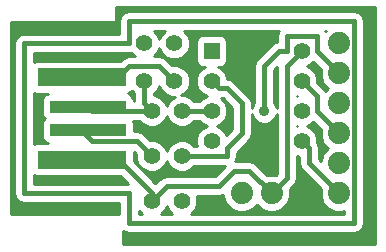
<source format=gtl>
G04 (created by PCBNEW-RS274X (2012-apr-16-27)-stable) date Tue 13 Aug 2013 04:48:36 PM IST*
G01*
G70*
G90*
%MOIN*%
G04 Gerber Fmt 3.4, Leading zero omitted, Abs format*
%FSLAX34Y34*%
G04 APERTURE LIST*
%ADD10C,0.006000*%
%ADD11C,0.015000*%
%ADD12R,0.295200X0.059000*%
%ADD13R,0.255900X0.039300*%
%ADD14C,0.074000*%
%ADD15C,0.055000*%
%ADD16R,0.055000X0.055000*%
%ADD17C,0.035000*%
%ADD18C,0.016000*%
%ADD19C,0.010000*%
G04 APERTURE END LIST*
G54D10*
G54D11*
X36500Y-43250D02*
X36500Y-38250D01*
X40000Y-43250D02*
X36500Y-43250D01*
X40000Y-43500D02*
X40000Y-43250D01*
X40000Y-44250D02*
X40000Y-43500D01*
X47500Y-44250D02*
X40000Y-44250D01*
X47500Y-44000D02*
X47500Y-44250D01*
X47500Y-37500D02*
X47500Y-44000D01*
X40000Y-37500D02*
X47500Y-37500D01*
X40000Y-38250D02*
X40000Y-37500D01*
X36500Y-38250D02*
X40000Y-38250D01*
G54D12*
X38422Y-42127D03*
X38422Y-39373D03*
G54D13*
X38618Y-41143D03*
X38618Y-40357D03*
G54D14*
X47000Y-43250D03*
X47000Y-42250D03*
X47000Y-41250D03*
X47000Y-40250D03*
X47000Y-39250D03*
X47000Y-38250D03*
X44750Y-43250D03*
X43750Y-43250D03*
G54D15*
X41500Y-38250D03*
X40500Y-38250D03*
X41500Y-39500D03*
X40500Y-39500D03*
X40750Y-43500D03*
X41750Y-43500D03*
X40750Y-42000D03*
X41750Y-42000D03*
X40750Y-40500D03*
X41750Y-40500D03*
G54D16*
X42750Y-38500D03*
G54D15*
X42750Y-39500D03*
X42750Y-40500D03*
X42750Y-41500D03*
X45750Y-41500D03*
X45750Y-40500D03*
X45750Y-39500D03*
X45750Y-38500D03*
G54D17*
X44500Y-40500D03*
G54D18*
X40750Y-43250D02*
X40750Y-43500D01*
X44750Y-43250D02*
X45250Y-42750D01*
X38500Y-42250D02*
X39750Y-42250D01*
X39750Y-42250D02*
X40750Y-43250D01*
X38422Y-42127D02*
X38500Y-42250D01*
X44000Y-42500D02*
X44750Y-43250D01*
X43500Y-42500D02*
X44000Y-42500D01*
X43000Y-43000D02*
X43500Y-42500D01*
X41250Y-43000D02*
X43000Y-43000D01*
X45250Y-42750D02*
X45250Y-39000D01*
X45250Y-39000D02*
X45750Y-38500D01*
X40750Y-43500D02*
X41250Y-43000D01*
X40750Y-40500D02*
X40500Y-40250D01*
X40750Y-40500D02*
X38750Y-40500D01*
X38750Y-40500D02*
X38500Y-40250D01*
X40500Y-40250D02*
X40500Y-39500D01*
X38500Y-40250D02*
X38618Y-40357D01*
X38500Y-41250D02*
X38618Y-41143D01*
X40250Y-41500D02*
X38750Y-41500D01*
X38750Y-41500D02*
X38500Y-41250D01*
X40750Y-42000D02*
X40250Y-41500D01*
X41000Y-39000D02*
X41500Y-39500D01*
X40000Y-39000D02*
X41000Y-39000D01*
X39750Y-39250D02*
X40000Y-39000D01*
X38500Y-39250D02*
X39750Y-39250D01*
X38422Y-39373D02*
X38500Y-39250D01*
X46000Y-42250D02*
X47000Y-43250D01*
X46000Y-41750D02*
X46000Y-42250D01*
X45750Y-41500D02*
X46000Y-41750D01*
X47000Y-41250D02*
X46250Y-40500D01*
X46250Y-40500D02*
X46250Y-40000D01*
X46250Y-40000D02*
X45750Y-39500D01*
X47000Y-39250D02*
X46250Y-38500D01*
X46250Y-38000D02*
X45250Y-38000D01*
X42750Y-40500D02*
X41750Y-40500D01*
X44500Y-39000D02*
X44500Y-40500D01*
X45250Y-38500D02*
X45000Y-38500D01*
X45000Y-38500D02*
X44500Y-39000D01*
X46250Y-38500D02*
X46250Y-38000D01*
X45250Y-38000D02*
X45250Y-38500D01*
X42750Y-39500D02*
X43000Y-39750D01*
X43000Y-39750D02*
X43250Y-39750D01*
X43250Y-39750D02*
X43750Y-40250D01*
X43750Y-40250D02*
X43750Y-41250D01*
X43750Y-41250D02*
X43250Y-41750D01*
X43250Y-41750D02*
X43250Y-42000D01*
X43250Y-42000D02*
X41750Y-42000D01*
G54D10*
G36*
X37277Y-41583D02*
X36897Y-41583D01*
X36825Y-41612D01*
X36825Y-39887D01*
X36896Y-39917D01*
X36995Y-39917D01*
X37277Y-39917D01*
X37198Y-39950D01*
X37128Y-40020D01*
X37090Y-40111D01*
X37090Y-40210D01*
X37090Y-40602D01*
X37128Y-40694D01*
X37184Y-40750D01*
X37128Y-40806D01*
X37090Y-40897D01*
X37090Y-40996D01*
X37090Y-41388D01*
X37128Y-41480D01*
X37198Y-41550D01*
X37277Y-41583D01*
X37277Y-41583D01*
G37*
G54D19*
X37277Y-41583D02*
X36897Y-41583D01*
X36825Y-41612D01*
X36825Y-39887D01*
X36896Y-39917D01*
X36995Y-39917D01*
X37277Y-39917D01*
X37198Y-39950D01*
X37128Y-40020D01*
X37090Y-40111D01*
X37090Y-40210D01*
X37090Y-40602D01*
X37128Y-40694D01*
X37184Y-40750D01*
X37128Y-40806D01*
X37090Y-40897D01*
X37090Y-40996D01*
X37090Y-41388D01*
X37128Y-41480D01*
X37198Y-41550D01*
X37277Y-41583D01*
G54D10*
G36*
X39959Y-42925D02*
X36825Y-42925D01*
X36825Y-42641D01*
X36896Y-42671D01*
X36995Y-42671D01*
X39705Y-42671D01*
X39959Y-42925D01*
X39959Y-42925D01*
G37*
G54D19*
X39959Y-42925D02*
X36825Y-42925D01*
X36825Y-42641D01*
X36896Y-42671D01*
X36995Y-42671D01*
X39705Y-42671D01*
X39959Y-42925D01*
G54D10*
G36*
X40170Y-40170D02*
X40146Y-40170D01*
X40146Y-40112D01*
X40108Y-40020D01*
X40038Y-39950D01*
X39953Y-39914D01*
X40039Y-39879D01*
X40087Y-39830D01*
X40170Y-39912D01*
X40170Y-40170D01*
X40170Y-40170D01*
G37*
G54D19*
X40170Y-40170D02*
X40146Y-40170D01*
X40146Y-40112D01*
X40108Y-40020D01*
X40038Y-39950D01*
X39953Y-39914D01*
X40039Y-39879D01*
X40087Y-39830D01*
X40170Y-39912D01*
X40170Y-40170D01*
G54D10*
G36*
X40177Y-38670D02*
X40000Y-38670D01*
X39874Y-38695D01*
X39838Y-38719D01*
X39766Y-38767D01*
X39704Y-38829D01*
X36897Y-38829D01*
X36825Y-38858D01*
X36825Y-38575D01*
X40000Y-38575D01*
X40068Y-38561D01*
X40177Y-38670D01*
X40177Y-38670D01*
G37*
G54D19*
X40177Y-38670D02*
X40000Y-38670D01*
X39874Y-38695D01*
X39838Y-38719D01*
X39766Y-38767D01*
X39704Y-38829D01*
X36897Y-38829D01*
X36825Y-38858D01*
X36825Y-38575D01*
X40000Y-38575D01*
X40068Y-38561D01*
X40177Y-38670D01*
G54D10*
G36*
X40432Y-43925D02*
X40325Y-43925D01*
X40325Y-43817D01*
X40432Y-43925D01*
X40432Y-43925D01*
G37*
G54D19*
X40432Y-43925D02*
X40325Y-43925D01*
X40325Y-43817D01*
X40432Y-43925D01*
G54D10*
G36*
X41182Y-37825D02*
X41055Y-37952D01*
X40999Y-38085D01*
X40945Y-37953D01*
X40817Y-37825D01*
X41182Y-37825D01*
X41182Y-37825D01*
G37*
G54D19*
X41182Y-37825D02*
X41055Y-37952D01*
X40999Y-38085D01*
X40945Y-37953D01*
X40817Y-37825D01*
X41182Y-37825D01*
G54D10*
G36*
X41432Y-43925D02*
X41067Y-43925D01*
X41195Y-43798D01*
X41250Y-43664D01*
X41305Y-43797D01*
X41432Y-43925D01*
X41432Y-43925D01*
G37*
G54D19*
X41432Y-43925D02*
X41067Y-43925D01*
X41195Y-43798D01*
X41250Y-43664D01*
X41305Y-43797D01*
X41432Y-43925D01*
G54D10*
G36*
X41525Y-40025D02*
X41453Y-40055D01*
X41305Y-40202D01*
X41249Y-40335D01*
X41195Y-40203D01*
X41048Y-40055D01*
X40855Y-39975D01*
X40830Y-39975D01*
X40830Y-39912D01*
X40945Y-39798D01*
X41000Y-39664D01*
X41055Y-39797D01*
X41202Y-39945D01*
X41395Y-40025D01*
X41525Y-40025D01*
X41525Y-40025D01*
G37*
G54D19*
X41525Y-40025D02*
X41453Y-40055D01*
X41305Y-40202D01*
X41249Y-40335D01*
X41195Y-40203D01*
X41048Y-40055D01*
X40855Y-39975D01*
X40830Y-39975D01*
X40830Y-39912D01*
X40945Y-39798D01*
X41000Y-39664D01*
X41055Y-39797D01*
X41202Y-39945D01*
X41395Y-40025D01*
X41525Y-40025D01*
G54D10*
G36*
X42585Y-41000D02*
X42453Y-41055D01*
X42305Y-41202D01*
X42225Y-41395D01*
X42225Y-41604D01*
X42252Y-41670D01*
X42162Y-41670D01*
X42048Y-41555D01*
X41855Y-41475D01*
X41646Y-41475D01*
X41453Y-41555D01*
X41305Y-41702D01*
X41249Y-41835D01*
X41195Y-41703D01*
X41048Y-41555D01*
X40855Y-41475D01*
X40691Y-41475D01*
X40483Y-41267D01*
X40377Y-41195D01*
X40250Y-41170D01*
X40146Y-41170D01*
X40146Y-40898D01*
X40117Y-40830D01*
X40337Y-40830D01*
X40452Y-40945D01*
X40645Y-41025D01*
X40854Y-41025D01*
X41047Y-40945D01*
X41195Y-40798D01*
X41250Y-40664D01*
X41305Y-40797D01*
X41452Y-40945D01*
X41645Y-41025D01*
X41854Y-41025D01*
X42047Y-40945D01*
X42162Y-40830D01*
X42337Y-40830D01*
X42452Y-40945D01*
X42585Y-41000D01*
X42585Y-41000D01*
G37*
G54D19*
X42585Y-41000D02*
X42453Y-41055D01*
X42305Y-41202D01*
X42225Y-41395D01*
X42225Y-41604D01*
X42252Y-41670D01*
X42162Y-41670D01*
X42048Y-41555D01*
X41855Y-41475D01*
X41646Y-41475D01*
X41453Y-41555D01*
X41305Y-41702D01*
X41249Y-41835D01*
X41195Y-41703D01*
X41048Y-41555D01*
X40855Y-41475D01*
X40691Y-41475D01*
X40483Y-41267D01*
X40377Y-41195D01*
X40250Y-41170D01*
X40146Y-41170D01*
X40146Y-40898D01*
X40117Y-40830D01*
X40337Y-40830D01*
X40452Y-40945D01*
X40645Y-41025D01*
X40854Y-41025D01*
X41047Y-40945D01*
X41195Y-40798D01*
X41250Y-40664D01*
X41305Y-40797D01*
X41452Y-40945D01*
X41645Y-41025D01*
X41854Y-41025D01*
X42047Y-40945D01*
X42162Y-40830D01*
X42337Y-40830D01*
X42452Y-40945D01*
X42585Y-41000D01*
G54D10*
G36*
X43204Y-42330D02*
X42864Y-42670D01*
X41250Y-42670D01*
X41144Y-42691D01*
X41123Y-42695D01*
X41017Y-42767D01*
X40875Y-42909D01*
X40147Y-42181D01*
X40147Y-41863D01*
X40225Y-41941D01*
X40225Y-42104D01*
X40305Y-42297D01*
X40452Y-42445D01*
X40645Y-42525D01*
X40854Y-42525D01*
X41047Y-42445D01*
X41195Y-42298D01*
X41250Y-42164D01*
X41305Y-42297D01*
X41452Y-42445D01*
X41645Y-42525D01*
X41854Y-42525D01*
X42047Y-42445D01*
X42162Y-42330D01*
X43204Y-42330D01*
X43204Y-42330D01*
G37*
G54D19*
X43204Y-42330D02*
X42864Y-42670D01*
X41250Y-42670D01*
X41144Y-42691D01*
X41123Y-42695D01*
X41017Y-42767D01*
X40875Y-42909D01*
X40147Y-42181D01*
X40147Y-41863D01*
X40225Y-41941D01*
X40225Y-42104D01*
X40305Y-42297D01*
X40452Y-42445D01*
X40645Y-42525D01*
X40854Y-42525D01*
X41047Y-42445D01*
X41195Y-42298D01*
X41250Y-42164D01*
X41305Y-42297D01*
X41452Y-42445D01*
X41645Y-42525D01*
X41854Y-42525D01*
X42047Y-42445D01*
X42162Y-42330D01*
X43204Y-42330D01*
G54D10*
G36*
X43420Y-41114D02*
X43234Y-41299D01*
X43195Y-41203D01*
X43048Y-41055D01*
X42914Y-40999D01*
X43047Y-40945D01*
X43195Y-40798D01*
X43275Y-40605D01*
X43275Y-40396D01*
X43195Y-40203D01*
X43072Y-40080D01*
X43114Y-40080D01*
X43420Y-40386D01*
X43420Y-41114D01*
X43420Y-41114D01*
G37*
G54D19*
X43420Y-41114D02*
X43234Y-41299D01*
X43195Y-41203D01*
X43048Y-41055D01*
X42914Y-40999D01*
X43047Y-40945D01*
X43195Y-40798D01*
X43275Y-40605D01*
X43275Y-40396D01*
X43195Y-40203D01*
X43072Y-40080D01*
X43114Y-40080D01*
X43420Y-40386D01*
X43420Y-41114D01*
G54D10*
G36*
X44920Y-40403D02*
X44861Y-40260D01*
X44830Y-40229D01*
X44830Y-39136D01*
X44920Y-39046D01*
X44920Y-40403D01*
X44920Y-40403D01*
G37*
G54D19*
X44920Y-40403D02*
X44861Y-40260D01*
X44830Y-40229D01*
X44830Y-39136D01*
X44920Y-39046D01*
X44920Y-40403D01*
G54D10*
G36*
X44920Y-42614D02*
X44895Y-42638D01*
X44874Y-42630D01*
X44627Y-42630D01*
X44605Y-42638D01*
X44233Y-42267D01*
X44127Y-42195D01*
X44000Y-42170D01*
X43525Y-42170D01*
X43555Y-42126D01*
X43580Y-42000D01*
X43580Y-41886D01*
X43983Y-41483D01*
X44055Y-41377D01*
X44055Y-41376D01*
X44058Y-41355D01*
X44079Y-41250D01*
X44080Y-41250D01*
X44080Y-40596D01*
X44139Y-40740D01*
X44259Y-40860D01*
X44415Y-40925D01*
X44584Y-40925D01*
X44740Y-40861D01*
X44860Y-40741D01*
X44920Y-40597D01*
X44920Y-42614D01*
X44920Y-42614D01*
G37*
G54D19*
X44920Y-42614D02*
X44895Y-42638D01*
X44874Y-42630D01*
X44627Y-42630D01*
X44605Y-42638D01*
X44233Y-42267D01*
X44127Y-42195D01*
X44000Y-42170D01*
X43525Y-42170D01*
X43555Y-42126D01*
X43580Y-42000D01*
X43580Y-41886D01*
X43983Y-41483D01*
X44055Y-41377D01*
X44055Y-41376D01*
X44058Y-41355D01*
X44079Y-41250D01*
X44080Y-41250D01*
X44080Y-40596D01*
X44139Y-40740D01*
X44259Y-40860D01*
X44415Y-40925D01*
X44584Y-40925D01*
X44740Y-40861D01*
X44860Y-40741D01*
X44920Y-40597D01*
X44920Y-42614D01*
G54D10*
G36*
X44977Y-37825D02*
X44945Y-37874D01*
X44920Y-38000D01*
X44920Y-38185D01*
X44894Y-38191D01*
X44873Y-38195D01*
X44767Y-38267D01*
X44267Y-38767D01*
X44195Y-38873D01*
X44170Y-39000D01*
X44170Y-40229D01*
X44140Y-40259D01*
X44080Y-40403D01*
X44080Y-40250D01*
X44058Y-40144D01*
X44055Y-40124D01*
X44055Y-40123D01*
X43983Y-40017D01*
X43483Y-39517D01*
X43377Y-39445D01*
X43275Y-39424D01*
X43275Y-39396D01*
X43195Y-39203D01*
X43048Y-39055D01*
X42973Y-39024D01*
X43074Y-39024D01*
X43166Y-38986D01*
X43236Y-38916D01*
X43274Y-38825D01*
X43274Y-38726D01*
X43274Y-38176D01*
X43236Y-38084D01*
X43166Y-38014D01*
X43075Y-37976D01*
X42976Y-37976D01*
X42426Y-37976D01*
X42334Y-38014D01*
X42264Y-38084D01*
X42226Y-38175D01*
X42226Y-38274D01*
X42226Y-38824D01*
X42264Y-38916D01*
X42334Y-38986D01*
X42425Y-39024D01*
X42524Y-39024D01*
X42453Y-39055D01*
X42305Y-39202D01*
X42225Y-39395D01*
X42225Y-39604D01*
X42305Y-39797D01*
X42452Y-39945D01*
X42585Y-40000D01*
X42453Y-40055D01*
X42337Y-40170D01*
X42162Y-40170D01*
X42048Y-40055D01*
X41855Y-39975D01*
X41724Y-39975D01*
X41797Y-39945D01*
X41945Y-39798D01*
X42025Y-39605D01*
X42025Y-39396D01*
X41945Y-39203D01*
X41798Y-39055D01*
X41605Y-38975D01*
X41441Y-38975D01*
X41233Y-38767D01*
X41127Y-38695D01*
X41000Y-38670D01*
X40822Y-38670D01*
X40945Y-38548D01*
X41000Y-38414D01*
X41055Y-38547D01*
X41202Y-38695D01*
X41395Y-38775D01*
X41604Y-38775D01*
X41797Y-38695D01*
X41945Y-38548D01*
X42025Y-38355D01*
X42025Y-38146D01*
X41945Y-37953D01*
X41817Y-37825D01*
X44977Y-37825D01*
X44977Y-37825D01*
G37*
G54D19*
X44977Y-37825D02*
X44945Y-37874D01*
X44920Y-38000D01*
X44920Y-38185D01*
X44894Y-38191D01*
X44873Y-38195D01*
X44767Y-38267D01*
X44267Y-38767D01*
X44195Y-38873D01*
X44170Y-39000D01*
X44170Y-40229D01*
X44140Y-40259D01*
X44080Y-40403D01*
X44080Y-40250D01*
X44058Y-40144D01*
X44055Y-40124D01*
X44055Y-40123D01*
X43983Y-40017D01*
X43483Y-39517D01*
X43377Y-39445D01*
X43275Y-39424D01*
X43275Y-39396D01*
X43195Y-39203D01*
X43048Y-39055D01*
X42973Y-39024D01*
X43074Y-39024D01*
X43166Y-38986D01*
X43236Y-38916D01*
X43274Y-38825D01*
X43274Y-38726D01*
X43274Y-38176D01*
X43236Y-38084D01*
X43166Y-38014D01*
X43075Y-37976D01*
X42976Y-37976D01*
X42426Y-37976D01*
X42334Y-38014D01*
X42264Y-38084D01*
X42226Y-38175D01*
X42226Y-38274D01*
X42226Y-38824D01*
X42264Y-38916D01*
X42334Y-38986D01*
X42425Y-39024D01*
X42524Y-39024D01*
X42453Y-39055D01*
X42305Y-39202D01*
X42225Y-39395D01*
X42225Y-39604D01*
X42305Y-39797D01*
X42452Y-39945D01*
X42585Y-40000D01*
X42453Y-40055D01*
X42337Y-40170D01*
X42162Y-40170D01*
X42048Y-40055D01*
X41855Y-39975D01*
X41724Y-39975D01*
X41797Y-39945D01*
X41945Y-39798D01*
X42025Y-39605D01*
X42025Y-39396D01*
X41945Y-39203D01*
X41798Y-39055D01*
X41605Y-38975D01*
X41441Y-38975D01*
X41233Y-38767D01*
X41127Y-38695D01*
X41000Y-38670D01*
X40822Y-38670D01*
X40945Y-38548D01*
X41000Y-38414D01*
X41055Y-38547D01*
X41202Y-38695D01*
X41395Y-38775D01*
X41604Y-38775D01*
X41797Y-38695D01*
X41945Y-38548D01*
X42025Y-38355D01*
X42025Y-38146D01*
X41945Y-37953D01*
X41817Y-37825D01*
X44977Y-37825D01*
G54D10*
G36*
X45585Y-40000D02*
X45580Y-40002D01*
X45580Y-39998D01*
X45585Y-40000D01*
X45585Y-40000D01*
G37*
G54D19*
X45585Y-40000D02*
X45580Y-40002D01*
X45580Y-39998D01*
X45585Y-40000D01*
G54D10*
G36*
X45585Y-41000D02*
X45580Y-41002D01*
X45580Y-40998D01*
X45585Y-41000D01*
X45585Y-41000D01*
G37*
G54D19*
X45585Y-41000D02*
X45580Y-41002D01*
X45580Y-40998D01*
X45585Y-41000D01*
G54D10*
G36*
X46548Y-37825D02*
X46532Y-37840D01*
X46522Y-37825D01*
X46548Y-37825D01*
X46548Y-37825D01*
G37*
G54D19*
X46548Y-37825D02*
X46532Y-37840D01*
X46522Y-37825D01*
X46548Y-37825D01*
G54D10*
G36*
X46623Y-39749D02*
X46533Y-39840D01*
X46532Y-39840D01*
X46483Y-39767D01*
X46275Y-39559D01*
X46275Y-39396D01*
X46195Y-39203D01*
X46048Y-39055D01*
X45914Y-38999D01*
X46047Y-38945D01*
X46138Y-38854D01*
X46388Y-39105D01*
X46380Y-39126D01*
X46380Y-39373D01*
X46474Y-39601D01*
X46623Y-39749D01*
X46623Y-39749D01*
G37*
G54D19*
X46623Y-39749D02*
X46533Y-39840D01*
X46532Y-39840D01*
X46483Y-39767D01*
X46275Y-39559D01*
X46275Y-39396D01*
X46195Y-39203D01*
X46048Y-39055D01*
X45914Y-38999D01*
X46047Y-38945D01*
X46138Y-38854D01*
X46388Y-39105D01*
X46380Y-39126D01*
X46380Y-39373D01*
X46474Y-39601D01*
X46623Y-39749D01*
G54D10*
G36*
X46623Y-41749D02*
X46475Y-41899D01*
X46380Y-42126D01*
X46380Y-42164D01*
X46330Y-42114D01*
X46330Y-41750D01*
X46305Y-41624D01*
X46304Y-41623D01*
X46280Y-41588D01*
X46275Y-41579D01*
X46275Y-41396D01*
X46195Y-41203D01*
X46048Y-41055D01*
X45914Y-40999D01*
X46047Y-40945D01*
X46138Y-40854D01*
X46388Y-41105D01*
X46380Y-41126D01*
X46380Y-41373D01*
X46474Y-41601D01*
X46623Y-41749D01*
X46623Y-41749D01*
G37*
G54D19*
X46623Y-41749D02*
X46475Y-41899D01*
X46380Y-42126D01*
X46380Y-42164D01*
X46330Y-42114D01*
X46330Y-41750D01*
X46305Y-41624D01*
X46304Y-41623D01*
X46280Y-41588D01*
X46275Y-41579D01*
X46275Y-41396D01*
X46195Y-41203D01*
X46048Y-41055D01*
X45914Y-40999D01*
X46047Y-40945D01*
X46138Y-40854D01*
X46388Y-41105D01*
X46380Y-41126D01*
X46380Y-41373D01*
X46474Y-41601D01*
X46623Y-41749D01*
G54D10*
G36*
X47175Y-43925D02*
X42067Y-43925D01*
X42195Y-43798D01*
X42275Y-43605D01*
X42275Y-43396D01*
X42247Y-43330D01*
X43000Y-43330D01*
X43126Y-43305D01*
X43127Y-43305D01*
X43130Y-43302D01*
X43130Y-43373D01*
X43224Y-43601D01*
X43399Y-43775D01*
X43626Y-43870D01*
X43873Y-43870D01*
X44101Y-43776D01*
X44249Y-43626D01*
X44399Y-43775D01*
X44626Y-43870D01*
X44873Y-43870D01*
X45101Y-43776D01*
X45275Y-43601D01*
X45370Y-43374D01*
X45370Y-43127D01*
X45360Y-43105D01*
X45483Y-42983D01*
X45555Y-42877D01*
X45555Y-42876D01*
X45558Y-42855D01*
X45579Y-42750D01*
X45580Y-42750D01*
X45580Y-41998D01*
X45645Y-42025D01*
X45670Y-42025D01*
X45670Y-42250D01*
X45695Y-42377D01*
X45767Y-42483D01*
X46388Y-43104D01*
X46380Y-43126D01*
X46380Y-43373D01*
X46474Y-43601D01*
X46649Y-43775D01*
X46876Y-43870D01*
X47123Y-43870D01*
X47175Y-43848D01*
X47175Y-43925D01*
X47175Y-43925D01*
G37*
G54D19*
X47175Y-43925D02*
X42067Y-43925D01*
X42195Y-43798D01*
X42275Y-43605D01*
X42275Y-43396D01*
X42247Y-43330D01*
X43000Y-43330D01*
X43126Y-43305D01*
X43127Y-43305D01*
X43130Y-43302D01*
X43130Y-43373D01*
X43224Y-43601D01*
X43399Y-43775D01*
X43626Y-43870D01*
X43873Y-43870D01*
X44101Y-43776D01*
X44249Y-43626D01*
X44399Y-43775D01*
X44626Y-43870D01*
X44873Y-43870D01*
X45101Y-43776D01*
X45275Y-43601D01*
X45370Y-43374D01*
X45370Y-43127D01*
X45360Y-43105D01*
X45483Y-42983D01*
X45555Y-42877D01*
X45555Y-42876D01*
X45558Y-42855D01*
X45579Y-42750D01*
X45580Y-42750D01*
X45580Y-41998D01*
X45645Y-42025D01*
X45670Y-42025D01*
X45670Y-42250D01*
X45695Y-42377D01*
X45767Y-42483D01*
X46388Y-43104D01*
X46380Y-43126D01*
X46380Y-43373D01*
X46474Y-43601D01*
X46649Y-43775D01*
X46876Y-43870D01*
X47123Y-43870D01*
X47175Y-43848D01*
X47175Y-43925D01*
G54D10*
G36*
X48200Y-44950D02*
X39800Y-44950D01*
X39800Y-44499D01*
X39876Y-44550D01*
X40000Y-44575D01*
X47500Y-44575D01*
X47624Y-44550D01*
X47730Y-44480D01*
X47800Y-44374D01*
X47825Y-44250D01*
X47825Y-44000D01*
X47825Y-37500D01*
X47800Y-37376D01*
X47730Y-37270D01*
X47624Y-37200D01*
X47500Y-37175D01*
X40000Y-37175D01*
X39876Y-37200D01*
X39770Y-37270D01*
X39700Y-37376D01*
X39675Y-37500D01*
X39675Y-37925D01*
X36500Y-37925D01*
X36376Y-37950D01*
X36270Y-38020D01*
X36200Y-38126D01*
X36175Y-38250D01*
X36175Y-43250D01*
X36200Y-43374D01*
X36270Y-43480D01*
X36376Y-43550D01*
X36500Y-43575D01*
X39675Y-43575D01*
X39675Y-43950D01*
X36050Y-43950D01*
X36050Y-37550D01*
X39550Y-37550D01*
X39550Y-37050D01*
X48200Y-37050D01*
X48200Y-44950D01*
X48200Y-44950D01*
G37*
G54D19*
X48200Y-44950D02*
X39800Y-44950D01*
X39800Y-44499D01*
X39876Y-44550D01*
X40000Y-44575D01*
X47500Y-44575D01*
X47624Y-44550D01*
X47730Y-44480D01*
X47800Y-44374D01*
X47825Y-44250D01*
X47825Y-44000D01*
X47825Y-37500D01*
X47800Y-37376D01*
X47730Y-37270D01*
X47624Y-37200D01*
X47500Y-37175D01*
X40000Y-37175D01*
X39876Y-37200D01*
X39770Y-37270D01*
X39700Y-37376D01*
X39675Y-37500D01*
X39675Y-37925D01*
X36500Y-37925D01*
X36376Y-37950D01*
X36270Y-38020D01*
X36200Y-38126D01*
X36175Y-38250D01*
X36175Y-43250D01*
X36200Y-43374D01*
X36270Y-43480D01*
X36376Y-43550D01*
X36500Y-43575D01*
X39675Y-43575D01*
X39675Y-43950D01*
X36050Y-43950D01*
X36050Y-37550D01*
X39550Y-37550D01*
X39550Y-37050D01*
X48200Y-37050D01*
X48200Y-44950D01*
M02*

</source>
